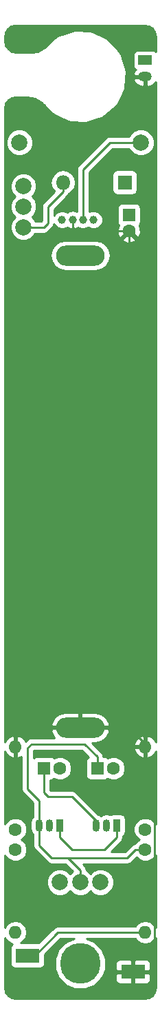
<source format=gbl>
G04 #@! TF.FileFunction,Copper,L2,Bot,Signal*
%FSLAX46Y46*%
G04 Gerber Fmt 4.6, Leading zero omitted, Abs format (unit mm)*
G04 Created by KiCad (PCBNEW 4.0.6) date Sat May 20 01:56:05 2017*
%MOMM*%
%LPD*%
G01*
G04 APERTURE LIST*
%ADD10C,0.100000*%
%ADD11O,6.000000X2.500000*%
%ADD12R,1.600000X1.600000*%
%ADD13C,1.600000*%
%ADD14R,1.800000X1.800000*%
%ADD15O,1.800000X1.800000*%
%ADD16C,2.000000*%
%ADD17O,0.899160X1.501140*%
%ADD18R,0.899160X1.501140*%
%ADD19O,1.600000X1.600000*%
%ADD20R,1.700000X1.200000*%
%ADD21O,1.700000X1.200000*%
%ADD22R,3.000000X1.800000*%
%ADD23C,5.000000*%
%ADD24C,1.000000*%
%ADD25C,0.250000*%
%ADD26C,0.254000*%
G04 APERTURE END LIST*
D10*
D11*
X127000000Y-64000000D03*
X127000000Y-122000000D03*
D12*
X133000000Y-59000000D03*
D13*
X133000000Y-61000000D03*
D12*
X122500000Y-127000000D03*
D13*
X124500000Y-127000000D03*
D12*
X129100000Y-127000000D03*
D13*
X131100000Y-127000000D03*
D14*
X132500000Y-55000000D03*
D15*
X124880000Y-55000000D03*
D16*
X134500000Y-50100000D03*
X119500000Y-50100000D03*
D17*
X130230000Y-134000000D03*
X128960000Y-134000000D03*
D18*
X131500000Y-134000000D03*
D17*
X123230000Y-134000000D03*
X121960000Y-134000000D03*
D18*
X124500000Y-134000000D03*
D13*
X135000000Y-134500000D03*
D19*
X135000000Y-124340000D03*
D13*
X119000000Y-134500000D03*
D19*
X119000000Y-124340000D03*
D16*
X120000000Y-60500000D03*
X120000000Y-58000000D03*
X120000000Y-55500000D03*
X129500000Y-141000000D03*
X127000000Y-141000000D03*
X124500000Y-141000000D03*
D20*
X135000000Y-40000000D03*
D21*
X135000000Y-42000000D03*
D13*
X119000000Y-137000000D03*
D19*
X119000000Y-147160000D03*
D13*
X135000000Y-137000000D03*
D19*
X135000000Y-147160000D03*
D22*
X133500000Y-152000000D03*
X120500000Y-150000000D03*
D23*
X127000000Y-151000000D03*
D24*
X128635000Y-59600000D03*
X127335000Y-59600000D03*
X126065000Y-59600000D03*
X124765000Y-59600000D03*
D25*
X127335000Y-59600000D02*
X127335000Y-53465000D01*
X130700000Y-50100000D02*
X134500000Y-50100000D01*
X127335000Y-53465000D02*
X130700000Y-50100000D01*
X126065000Y-59600000D02*
X126065000Y-60565000D01*
X126500000Y-61000000D02*
X133000000Y-61000000D01*
X126065000Y-60565000D02*
X126500000Y-61000000D01*
X126065000Y-59600000D02*
X126065000Y-59835000D01*
X135000000Y-124340000D02*
X135000000Y-125800000D01*
X135800000Y-152000000D02*
X133500000Y-152000000D01*
X136200000Y-151600000D02*
X135800000Y-152000000D01*
X136200000Y-127000000D02*
X136200000Y-151600000D01*
X135000000Y-125800000D02*
X136200000Y-127000000D01*
X119000000Y-124340000D02*
X119000000Y-122600000D01*
X119600000Y-122000000D02*
X127000000Y-122000000D01*
X119000000Y-122600000D02*
X119600000Y-122000000D01*
X133000000Y-61000000D02*
X133000000Y-120000000D01*
X133000000Y-120000000D02*
X131000000Y-122000000D01*
X131000000Y-122000000D02*
X127000000Y-122000000D01*
X127000000Y-122000000D02*
X133000000Y-122000000D01*
X133000000Y-122000000D02*
X134800000Y-123800000D01*
X134800000Y-123800000D02*
X135000000Y-124340000D01*
X124500000Y-134000000D02*
X124500000Y-135500000D01*
X131500000Y-135500000D02*
X131500000Y-134000000D01*
X130000000Y-137000000D02*
X131500000Y-135500000D01*
X126000000Y-137000000D02*
X130000000Y-137000000D01*
X124500000Y-135500000D02*
X126000000Y-137000000D01*
X128960000Y-134000000D02*
X128960000Y-133460000D01*
X128960000Y-133460000D02*
X126000000Y-130500000D01*
X126000000Y-130500000D02*
X123000000Y-130500000D01*
X123000000Y-130500000D02*
X122500000Y-130000000D01*
X122500000Y-130000000D02*
X122500000Y-127000000D01*
X135000000Y-137000000D02*
X133800000Y-137000000D01*
X132800000Y-138000000D02*
X125500000Y-138000000D01*
X133800000Y-137000000D02*
X132800000Y-138000000D01*
X121960000Y-134000000D02*
X121960000Y-136460000D01*
X127000000Y-139500000D02*
X127000000Y-141000000D01*
X125500000Y-138000000D02*
X127000000Y-139500000D01*
X123500000Y-138000000D02*
X125500000Y-138000000D01*
X121960000Y-136460000D02*
X123500000Y-138000000D01*
X121960000Y-134000000D02*
X121960000Y-130960000D01*
X129100000Y-125600000D02*
X129100000Y-127000000D01*
X127500000Y-124000000D02*
X129100000Y-125600000D01*
X121000000Y-124000000D02*
X127500000Y-124000000D01*
X120500000Y-124500000D02*
X121000000Y-124000000D01*
X120500000Y-129500000D02*
X120500000Y-124500000D01*
X121960000Y-130960000D02*
X120500000Y-129500000D01*
X124880000Y-55000000D02*
X124880000Y-56120000D01*
X122500000Y-60500000D02*
X120000000Y-60500000D01*
X123000000Y-60000000D02*
X122500000Y-60500000D01*
X123000000Y-58000000D02*
X123000000Y-60000000D01*
X124880000Y-56120000D02*
X123000000Y-58000000D01*
X120500000Y-150000000D02*
X121400000Y-150000000D01*
X121400000Y-150000000D02*
X124240000Y-147160000D01*
X124240000Y-147160000D02*
X135000000Y-147160000D01*
X120500000Y-149600000D02*
X120500000Y-150000000D01*
D26*
G36*
X136290000Y-153930069D02*
X136178953Y-154488340D01*
X135902333Y-154902331D01*
X135488338Y-155178954D01*
X134930069Y-155290000D01*
X119069931Y-155290000D01*
X118511660Y-155178953D01*
X118097669Y-154902333D01*
X117821046Y-154488338D01*
X117710000Y-153930069D01*
X117710000Y-147790793D01*
X117985302Y-148202811D01*
X118450849Y-148513880D01*
X118670348Y-148557541D01*
X118548559Y-148635910D01*
X118403569Y-148848110D01*
X118352560Y-149100000D01*
X118352560Y-150900000D01*
X118396838Y-151135317D01*
X118535910Y-151351441D01*
X118748110Y-151496431D01*
X119000000Y-151547440D01*
X122000000Y-151547440D01*
X122235317Y-151503162D01*
X122451441Y-151364090D01*
X122596431Y-151151890D01*
X122647440Y-150900000D01*
X122647440Y-149827362D01*
X124554802Y-147920000D01*
X126244722Y-147920000D01*
X125226485Y-148340727D01*
X124343826Y-149221847D01*
X123865546Y-150373674D01*
X123864457Y-151620854D01*
X124340727Y-152773515D01*
X125221847Y-153656174D01*
X126373674Y-154134454D01*
X127620854Y-154135543D01*
X128773515Y-153659273D01*
X129656174Y-152778153D01*
X129860637Y-152285750D01*
X131365000Y-152285750D01*
X131365000Y-153026310D01*
X131461673Y-153259699D01*
X131640302Y-153438327D01*
X131873691Y-153535000D01*
X133214250Y-153535000D01*
X133373000Y-153376250D01*
X133373000Y-152127000D01*
X133627000Y-152127000D01*
X133627000Y-153376250D01*
X133785750Y-153535000D01*
X135126309Y-153535000D01*
X135359698Y-153438327D01*
X135538327Y-153259699D01*
X135635000Y-153026310D01*
X135635000Y-152285750D01*
X135476250Y-152127000D01*
X133627000Y-152127000D01*
X133373000Y-152127000D01*
X131523750Y-152127000D01*
X131365000Y-152285750D01*
X129860637Y-152285750D01*
X130134454Y-151626326D01*
X130135023Y-150973690D01*
X131365000Y-150973690D01*
X131365000Y-151714250D01*
X131523750Y-151873000D01*
X133373000Y-151873000D01*
X133373000Y-150623750D01*
X133627000Y-150623750D01*
X133627000Y-151873000D01*
X135476250Y-151873000D01*
X135635000Y-151714250D01*
X135635000Y-150973690D01*
X135538327Y-150740301D01*
X135359698Y-150561673D01*
X135126309Y-150465000D01*
X133785750Y-150465000D01*
X133627000Y-150623750D01*
X133373000Y-150623750D01*
X133214250Y-150465000D01*
X131873691Y-150465000D01*
X131640302Y-150561673D01*
X131461673Y-150740301D01*
X131365000Y-150973690D01*
X130135023Y-150973690D01*
X130135543Y-150379146D01*
X129659273Y-149226485D01*
X128778153Y-148343826D01*
X127757466Y-147920000D01*
X133796333Y-147920000D01*
X133985302Y-148202811D01*
X134450849Y-148513880D01*
X135000000Y-148623113D01*
X135549151Y-148513880D01*
X136014698Y-148202811D01*
X136290000Y-147790793D01*
X136290000Y-153930069D01*
X136290000Y-153930069D01*
G37*
X136290000Y-153930069D02*
X136178953Y-154488340D01*
X135902333Y-154902331D01*
X135488338Y-155178954D01*
X134930069Y-155290000D01*
X119069931Y-155290000D01*
X118511660Y-155178953D01*
X118097669Y-154902333D01*
X117821046Y-154488338D01*
X117710000Y-153930069D01*
X117710000Y-147790793D01*
X117985302Y-148202811D01*
X118450849Y-148513880D01*
X118670348Y-148557541D01*
X118548559Y-148635910D01*
X118403569Y-148848110D01*
X118352560Y-149100000D01*
X118352560Y-150900000D01*
X118396838Y-151135317D01*
X118535910Y-151351441D01*
X118748110Y-151496431D01*
X119000000Y-151547440D01*
X122000000Y-151547440D01*
X122235317Y-151503162D01*
X122451441Y-151364090D01*
X122596431Y-151151890D01*
X122647440Y-150900000D01*
X122647440Y-149827362D01*
X124554802Y-147920000D01*
X126244722Y-147920000D01*
X125226485Y-148340727D01*
X124343826Y-149221847D01*
X123865546Y-150373674D01*
X123864457Y-151620854D01*
X124340727Y-152773515D01*
X125221847Y-153656174D01*
X126373674Y-154134454D01*
X127620854Y-154135543D01*
X128773515Y-153659273D01*
X129656174Y-152778153D01*
X129860637Y-152285750D01*
X131365000Y-152285750D01*
X131365000Y-153026310D01*
X131461673Y-153259699D01*
X131640302Y-153438327D01*
X131873691Y-153535000D01*
X133214250Y-153535000D01*
X133373000Y-153376250D01*
X133373000Y-152127000D01*
X133627000Y-152127000D01*
X133627000Y-153376250D01*
X133785750Y-153535000D01*
X135126309Y-153535000D01*
X135359698Y-153438327D01*
X135538327Y-153259699D01*
X135635000Y-153026310D01*
X135635000Y-152285750D01*
X135476250Y-152127000D01*
X133627000Y-152127000D01*
X133373000Y-152127000D01*
X131523750Y-152127000D01*
X131365000Y-152285750D01*
X129860637Y-152285750D01*
X130134454Y-151626326D01*
X130135023Y-150973690D01*
X131365000Y-150973690D01*
X131365000Y-151714250D01*
X131523750Y-151873000D01*
X133373000Y-151873000D01*
X133373000Y-150623750D01*
X133627000Y-150623750D01*
X133627000Y-151873000D01*
X135476250Y-151873000D01*
X135635000Y-151714250D01*
X135635000Y-150973690D01*
X135538327Y-150740301D01*
X135359698Y-150561673D01*
X135126309Y-150465000D01*
X133785750Y-150465000D01*
X133627000Y-150623750D01*
X133373000Y-150623750D01*
X133214250Y-150465000D01*
X131873691Y-150465000D01*
X131640302Y-150561673D01*
X131461673Y-150740301D01*
X131365000Y-150973690D01*
X130135023Y-150973690D01*
X130135543Y-150379146D01*
X129659273Y-149226485D01*
X128778153Y-148343826D01*
X127757466Y-147920000D01*
X133796333Y-147920000D01*
X133985302Y-148202811D01*
X134450849Y-148513880D01*
X135000000Y-148623113D01*
X135549151Y-148513880D01*
X136014698Y-148202811D01*
X136290000Y-147790793D01*
X136290000Y-153930069D01*
G36*
X135488338Y-35821046D02*
X135902333Y-36097669D01*
X136178953Y-36511660D01*
X136290000Y-37069931D01*
X136290000Y-38932099D01*
X136101890Y-38803569D01*
X135850000Y-38752560D01*
X134150000Y-38752560D01*
X133914683Y-38796838D01*
X133698559Y-38935910D01*
X133553569Y-39148110D01*
X133502560Y-39400000D01*
X133502560Y-40600000D01*
X133546838Y-40835317D01*
X133685910Y-41051441D01*
X133838309Y-41155571D01*
X133818067Y-41170875D01*
X133571714Y-41590624D01*
X133556538Y-41682391D01*
X133681269Y-41873000D01*
X134873000Y-41873000D01*
X134873000Y-41853000D01*
X135127000Y-41853000D01*
X135127000Y-41873000D01*
X135147000Y-41873000D01*
X135147000Y-42127000D01*
X135127000Y-42127000D01*
X135127000Y-43082547D01*
X135322696Y-43245256D01*
X135793701Y-43122647D01*
X136181933Y-42829125D01*
X136290000Y-42644995D01*
X136290000Y-123775625D01*
X136152389Y-123484866D01*
X135737423Y-123108959D01*
X135349039Y-122948096D01*
X135127000Y-123070085D01*
X135127000Y-124213000D01*
X135147000Y-124213000D01*
X135147000Y-124467000D01*
X135127000Y-124467000D01*
X135127000Y-125609915D01*
X135349039Y-125731904D01*
X135737423Y-125571041D01*
X136152389Y-125195134D01*
X136290000Y-124904375D01*
X136290000Y-133864286D01*
X136217243Y-133688200D01*
X135813923Y-133284176D01*
X135286691Y-133065250D01*
X134715813Y-133064752D01*
X134188200Y-133282757D01*
X133784176Y-133686077D01*
X133565250Y-134213309D01*
X133564752Y-134784187D01*
X133782757Y-135311800D01*
X134186077Y-135715824D01*
X134267931Y-135749813D01*
X134188200Y-135782757D01*
X133784176Y-136186077D01*
X133758345Y-136248286D01*
X133509161Y-136297852D01*
X133262599Y-136462599D01*
X132485198Y-137240000D01*
X130834802Y-137240000D01*
X132037401Y-136037401D01*
X132202148Y-135790840D01*
X132260000Y-135500000D01*
X132260000Y-135305405D01*
X132401021Y-135214660D01*
X132546011Y-135002460D01*
X132597020Y-134750570D01*
X132597020Y-133249430D01*
X132552742Y-133014113D01*
X132413670Y-132797989D01*
X132201470Y-132652999D01*
X131949580Y-132601990D01*
X131050420Y-132601990D01*
X130815103Y-132646268D01*
X130710502Y-132713577D01*
X130645051Y-132669844D01*
X130230000Y-132587285D01*
X129814949Y-132669844D01*
X129595000Y-132816809D01*
X129375051Y-132669844D01*
X129212266Y-132637464D01*
X126537401Y-129962599D01*
X126290839Y-129797852D01*
X126000000Y-129740000D01*
X123314802Y-129740000D01*
X123260000Y-129685198D01*
X123260000Y-128447440D01*
X123300000Y-128447440D01*
X123535317Y-128403162D01*
X123751441Y-128264090D01*
X123762685Y-128247634D01*
X124213309Y-128434750D01*
X124784187Y-128435248D01*
X125311800Y-128217243D01*
X125715824Y-127813923D01*
X125934750Y-127286691D01*
X125935248Y-126715813D01*
X125717243Y-126188200D01*
X125313923Y-125784176D01*
X124786691Y-125565250D01*
X124215813Y-125564752D01*
X123765534Y-125750803D01*
X123764090Y-125748559D01*
X123551890Y-125603569D01*
X123300000Y-125552560D01*
X121700000Y-125552560D01*
X121464683Y-125596838D01*
X121260000Y-125728548D01*
X121260000Y-124814802D01*
X121314802Y-124760000D01*
X127185198Y-124760000D01*
X128038734Y-125613536D01*
X127848559Y-125735910D01*
X127703569Y-125948110D01*
X127652560Y-126200000D01*
X127652560Y-127800000D01*
X127696838Y-128035317D01*
X127835910Y-128251441D01*
X128048110Y-128396431D01*
X128300000Y-128447440D01*
X129900000Y-128447440D01*
X130135317Y-128403162D01*
X130351441Y-128264090D01*
X130362685Y-128247634D01*
X130813309Y-128434750D01*
X131384187Y-128435248D01*
X131911800Y-128217243D01*
X132315824Y-127813923D01*
X132534750Y-127286691D01*
X132535248Y-126715813D01*
X132317243Y-126188200D01*
X131913923Y-125784176D01*
X131386691Y-125565250D01*
X130815813Y-125564752D01*
X130365534Y-125750803D01*
X130364090Y-125748559D01*
X130151890Y-125603569D01*
X129900000Y-125552560D01*
X129850564Y-125552560D01*
X129802148Y-125309161D01*
X129637401Y-125062599D01*
X129263843Y-124689041D01*
X133608086Y-124689041D01*
X133847611Y-125195134D01*
X134262577Y-125571041D01*
X134650961Y-125731904D01*
X134873000Y-125609915D01*
X134873000Y-124467000D01*
X133729371Y-124467000D01*
X133608086Y-124689041D01*
X129263843Y-124689041D01*
X128565761Y-123990959D01*
X133608086Y-123990959D01*
X133729371Y-124213000D01*
X134873000Y-124213000D01*
X134873000Y-123070085D01*
X134650961Y-122948096D01*
X134262577Y-123108959D01*
X133847611Y-123484866D01*
X133608086Y-123990959D01*
X128565761Y-123990959D01*
X128459802Y-123885000D01*
X128877000Y-123885000D01*
X129588691Y-123692912D01*
X130172699Y-123243094D01*
X130540114Y-122604026D01*
X130587695Y-122419645D01*
X130471572Y-122127000D01*
X127127000Y-122127000D01*
X127127000Y-122147000D01*
X126873000Y-122147000D01*
X126873000Y-122127000D01*
X123528428Y-122127000D01*
X123412305Y-122419645D01*
X123459886Y-122604026D01*
X123825522Y-123240000D01*
X121000000Y-123240000D01*
X120709161Y-123297852D01*
X120462599Y-123462599D01*
X120244889Y-123680309D01*
X120152389Y-123484866D01*
X119737423Y-123108959D01*
X119349039Y-122948096D01*
X119127000Y-123070085D01*
X119127000Y-124213000D01*
X119147000Y-124213000D01*
X119147000Y-124467000D01*
X119127000Y-124467000D01*
X119127000Y-125609915D01*
X119349039Y-125731904D01*
X119737423Y-125571041D01*
X119740000Y-125568707D01*
X119740000Y-129500000D01*
X119797852Y-129790839D01*
X119962599Y-130037401D01*
X121200000Y-131274802D01*
X121200000Y-132900331D01*
X121193086Y-132904951D01*
X120957979Y-133256814D01*
X120875420Y-133671865D01*
X120875420Y-134328135D01*
X120957979Y-134743186D01*
X121193086Y-135095049D01*
X121200000Y-135099669D01*
X121200000Y-136460000D01*
X121257852Y-136750839D01*
X121422599Y-136997401D01*
X122962599Y-138537401D01*
X123209161Y-138702148D01*
X123500000Y-138760000D01*
X125185198Y-138760000D01*
X126056664Y-139631466D01*
X125749836Y-139937759D01*
X125427363Y-139614722D01*
X124826648Y-139365284D01*
X124176205Y-139364716D01*
X123575057Y-139613106D01*
X123114722Y-140072637D01*
X122865284Y-140673352D01*
X122864716Y-141323795D01*
X123113106Y-141924943D01*
X123572637Y-142385278D01*
X124173352Y-142634716D01*
X124823795Y-142635284D01*
X125424943Y-142386894D01*
X125750164Y-142062241D01*
X126072637Y-142385278D01*
X126673352Y-142634716D01*
X127323795Y-142635284D01*
X127924943Y-142386894D01*
X128250164Y-142062241D01*
X128572637Y-142385278D01*
X129173352Y-142634716D01*
X129823795Y-142635284D01*
X130424943Y-142386894D01*
X130885278Y-141927363D01*
X131134716Y-141326648D01*
X131135284Y-140676205D01*
X130886894Y-140075057D01*
X130427363Y-139614722D01*
X129826648Y-139365284D01*
X129176205Y-139364716D01*
X128575057Y-139613106D01*
X128249836Y-139937759D01*
X127927363Y-139614722D01*
X127760000Y-139545227D01*
X127760000Y-139500000D01*
X127702148Y-139209161D01*
X127702148Y-139209160D01*
X127537401Y-138962599D01*
X127334802Y-138760000D01*
X132800000Y-138760000D01*
X133090839Y-138702148D01*
X133337401Y-138537401D01*
X133922757Y-137952045D01*
X134186077Y-138215824D01*
X134713309Y-138434750D01*
X135284187Y-138435248D01*
X135811800Y-138217243D01*
X136215824Y-137813923D01*
X136290000Y-137635287D01*
X136290000Y-146529207D01*
X136014698Y-146117189D01*
X135549151Y-145806120D01*
X135000000Y-145696887D01*
X134450849Y-145806120D01*
X133985302Y-146117189D01*
X133796333Y-146400000D01*
X124240000Y-146400000D01*
X123949161Y-146457852D01*
X123702599Y-146622599D01*
X121872638Y-148452560D01*
X119640923Y-148452560D01*
X120014698Y-148202811D01*
X120325767Y-147737264D01*
X120435000Y-147188113D01*
X120435000Y-147131887D01*
X120325767Y-146582736D01*
X120014698Y-146117189D01*
X119549151Y-145806120D01*
X119000000Y-145696887D01*
X118450849Y-145806120D01*
X117985302Y-146117189D01*
X117710000Y-146529207D01*
X117710000Y-137635714D01*
X117782757Y-137811800D01*
X118186077Y-138215824D01*
X118713309Y-138434750D01*
X119284187Y-138435248D01*
X119811800Y-138217243D01*
X120215824Y-137813923D01*
X120434750Y-137286691D01*
X120435248Y-136715813D01*
X120217243Y-136188200D01*
X119813923Y-135784176D01*
X119732069Y-135750187D01*
X119811800Y-135717243D01*
X120215824Y-135313923D01*
X120434750Y-134786691D01*
X120435248Y-134215813D01*
X120217243Y-133688200D01*
X119813923Y-133284176D01*
X119286691Y-133065250D01*
X118715813Y-133064752D01*
X118188200Y-133282757D01*
X117784176Y-133686077D01*
X117710000Y-133864713D01*
X117710000Y-124904375D01*
X117847611Y-125195134D01*
X118262577Y-125571041D01*
X118650961Y-125731904D01*
X118873000Y-125609915D01*
X118873000Y-124467000D01*
X118853000Y-124467000D01*
X118853000Y-124213000D01*
X118873000Y-124213000D01*
X118873000Y-123070085D01*
X118650961Y-122948096D01*
X118262577Y-123108959D01*
X117847611Y-123484866D01*
X117710000Y-123775625D01*
X117710000Y-121580355D01*
X123412305Y-121580355D01*
X123528428Y-121873000D01*
X126873000Y-121873000D01*
X126873000Y-120115000D01*
X127127000Y-120115000D01*
X127127000Y-121873000D01*
X130471572Y-121873000D01*
X130587695Y-121580355D01*
X130540114Y-121395974D01*
X130172699Y-120756906D01*
X129588691Y-120307088D01*
X128877000Y-120115000D01*
X127127000Y-120115000D01*
X126873000Y-120115000D01*
X125123000Y-120115000D01*
X124411309Y-120307088D01*
X123827301Y-120756906D01*
X123459886Y-121395974D01*
X123412305Y-121580355D01*
X117710000Y-121580355D01*
X117710000Y-64000000D01*
X123293786Y-64000000D01*
X123437273Y-64721358D01*
X123845890Y-65332896D01*
X124457428Y-65741513D01*
X125178786Y-65885000D01*
X128821214Y-65885000D01*
X129542572Y-65741513D01*
X130154110Y-65332896D01*
X130562727Y-64721358D01*
X130706214Y-64000000D01*
X130562727Y-63278642D01*
X130154110Y-62667104D01*
X129542572Y-62258487D01*
X128821214Y-62115000D01*
X125178786Y-62115000D01*
X124457428Y-62258487D01*
X123845890Y-62667104D01*
X123437273Y-63278642D01*
X123293786Y-64000000D01*
X117710000Y-64000000D01*
X117710000Y-55823795D01*
X118364716Y-55823795D01*
X118613106Y-56424943D01*
X118937759Y-56750164D01*
X118614722Y-57072637D01*
X118365284Y-57673352D01*
X118364716Y-58323795D01*
X118613106Y-58924943D01*
X118937759Y-59250164D01*
X118614722Y-59572637D01*
X118365284Y-60173352D01*
X118364716Y-60823795D01*
X118613106Y-61424943D01*
X119072637Y-61885278D01*
X119673352Y-62134716D01*
X120323795Y-62135284D01*
X120632462Y-62007745D01*
X132171861Y-62007745D01*
X132245995Y-62253864D01*
X132783223Y-62446965D01*
X133353454Y-62419778D01*
X133754005Y-62253864D01*
X133828139Y-62007745D01*
X133000000Y-61179605D01*
X132171861Y-62007745D01*
X120632462Y-62007745D01*
X120924943Y-61886894D01*
X121385278Y-61427363D01*
X121454773Y-61260000D01*
X122500000Y-61260000D01*
X122790839Y-61202148D01*
X123037401Y-61037401D01*
X123537401Y-60537401D01*
X123702148Y-60290839D01*
X123741218Y-60094420D01*
X123802233Y-60242086D01*
X124121235Y-60561645D01*
X124538244Y-60734803D01*
X124989775Y-60735197D01*
X125407086Y-60562767D01*
X125472962Y-60497006D01*
X125491648Y-60605217D01*
X125919972Y-60748112D01*
X126370375Y-60716217D01*
X126638352Y-60605217D01*
X126652566Y-60522908D01*
X126691235Y-60561645D01*
X127108244Y-60734803D01*
X127559775Y-60735197D01*
X127977086Y-60562767D01*
X127984734Y-60555132D01*
X127991235Y-60561645D01*
X128408244Y-60734803D01*
X128859775Y-60735197D01*
X129277086Y-60562767D01*
X129596645Y-60243765D01*
X129769803Y-59826756D01*
X129770197Y-59375225D01*
X129597767Y-58957914D01*
X129278765Y-58638355D01*
X128861756Y-58465197D01*
X128410225Y-58464803D01*
X128095000Y-58595052D01*
X128095000Y-58200000D01*
X131552560Y-58200000D01*
X131552560Y-59800000D01*
X131596838Y-60035317D01*
X131735910Y-60251441D01*
X131742548Y-60255977D01*
X131553035Y-60783223D01*
X131580222Y-61353454D01*
X131746136Y-61754005D01*
X131992255Y-61828139D01*
X132820395Y-61000000D01*
X132806252Y-60985858D01*
X132985858Y-60806253D01*
X133000000Y-60820395D01*
X133014143Y-60806253D01*
X133193748Y-60985858D01*
X133179605Y-61000000D01*
X134007745Y-61828139D01*
X134253864Y-61754005D01*
X134446965Y-61216777D01*
X134419778Y-60646546D01*
X134257616Y-60255053D01*
X134396431Y-60051890D01*
X134447440Y-59800000D01*
X134447440Y-58200000D01*
X134403162Y-57964683D01*
X134264090Y-57748559D01*
X134051890Y-57603569D01*
X133800000Y-57552560D01*
X132200000Y-57552560D01*
X131964683Y-57596838D01*
X131748559Y-57735910D01*
X131603569Y-57948110D01*
X131552560Y-58200000D01*
X128095000Y-58200000D01*
X128095000Y-54100000D01*
X130952560Y-54100000D01*
X130952560Y-55900000D01*
X130996838Y-56135317D01*
X131135910Y-56351441D01*
X131348110Y-56496431D01*
X131600000Y-56547440D01*
X133400000Y-56547440D01*
X133635317Y-56503162D01*
X133851441Y-56364090D01*
X133996431Y-56151890D01*
X134047440Y-55900000D01*
X134047440Y-54100000D01*
X134003162Y-53864683D01*
X133864090Y-53648559D01*
X133651890Y-53503569D01*
X133400000Y-53452560D01*
X131600000Y-53452560D01*
X131364683Y-53496838D01*
X131148559Y-53635910D01*
X131003569Y-53848110D01*
X130952560Y-54100000D01*
X128095000Y-54100000D01*
X128095000Y-53779802D01*
X131014802Y-50860000D01*
X133044953Y-50860000D01*
X133113106Y-51024943D01*
X133572637Y-51485278D01*
X134173352Y-51734716D01*
X134823795Y-51735284D01*
X135424943Y-51486894D01*
X135885278Y-51027363D01*
X136134716Y-50426648D01*
X136135284Y-49776205D01*
X135886894Y-49175057D01*
X135427363Y-48714722D01*
X134826648Y-48465284D01*
X134176205Y-48464716D01*
X133575057Y-48713106D01*
X133114722Y-49172637D01*
X133045227Y-49340000D01*
X130700000Y-49340000D01*
X130409161Y-49397852D01*
X130162599Y-49562599D01*
X126797599Y-52927599D01*
X126632852Y-53174161D01*
X126575000Y-53465000D01*
X126575000Y-58573648D01*
X126210028Y-58451888D01*
X125759625Y-58483783D01*
X125491648Y-58594783D01*
X125473010Y-58702712D01*
X125408765Y-58638355D01*
X124991756Y-58465197D01*
X124540225Y-58464803D01*
X124122914Y-58637233D01*
X123803355Y-58956235D01*
X123760000Y-59060645D01*
X123760000Y-58314802D01*
X125417401Y-56657402D01*
X125572724Y-56424943D01*
X125582148Y-56410839D01*
X125593446Y-56354040D01*
X125995481Y-56085409D01*
X126328227Y-55587419D01*
X126445072Y-55000000D01*
X126328227Y-54412581D01*
X125995481Y-53914591D01*
X125497491Y-53581845D01*
X124910072Y-53465000D01*
X124849928Y-53465000D01*
X124262509Y-53581845D01*
X123764519Y-53914591D01*
X123431773Y-54412581D01*
X123314928Y-55000000D01*
X123431773Y-55587419D01*
X123764519Y-56085409D01*
X123809640Y-56115558D01*
X122462599Y-57462599D01*
X122297852Y-57709161D01*
X122240000Y-58000000D01*
X122240000Y-59685198D01*
X122185198Y-59740000D01*
X121455047Y-59740000D01*
X121386894Y-59575057D01*
X121062241Y-59249836D01*
X121385278Y-58927363D01*
X121634716Y-58326648D01*
X121635284Y-57676205D01*
X121386894Y-57075057D01*
X121062241Y-56749836D01*
X121385278Y-56427363D01*
X121634716Y-55826648D01*
X121635284Y-55176205D01*
X121386894Y-54575057D01*
X120927363Y-54114722D01*
X120326648Y-53865284D01*
X119676205Y-53864716D01*
X119075057Y-54113106D01*
X118614722Y-54572637D01*
X118365284Y-55173352D01*
X118364716Y-55823795D01*
X117710000Y-55823795D01*
X117710000Y-50423795D01*
X117864716Y-50423795D01*
X118113106Y-51024943D01*
X118572637Y-51485278D01*
X119173352Y-51734716D01*
X119823795Y-51735284D01*
X120424943Y-51486894D01*
X120885278Y-51027363D01*
X121134716Y-50426648D01*
X121135284Y-49776205D01*
X120886894Y-49175057D01*
X120427363Y-48714722D01*
X119826648Y-48465284D01*
X119176205Y-48464716D01*
X118575057Y-48713106D01*
X118114722Y-49172637D01*
X117865284Y-49773352D01*
X117864716Y-50423795D01*
X117710000Y-50423795D01*
X117710000Y-45869931D01*
X117821046Y-45311662D01*
X118097669Y-44897667D01*
X118511660Y-44621047D01*
X119069931Y-44510000D01*
X120530069Y-44510000D01*
X121471023Y-44697167D01*
X122247492Y-45215987D01*
X122463628Y-45465194D01*
X122483781Y-45480835D01*
X122497954Y-45502046D01*
X123497954Y-46502046D01*
X123597360Y-46568466D01*
X123692997Y-46640195D01*
X125452092Y-47483763D01*
X125567533Y-47513338D01*
X125720453Y-47552516D01*
X127668465Y-47658695D01*
X127805587Y-47639105D01*
X127942709Y-47619517D01*
X129783070Y-46972142D01*
X129934954Y-46882210D01*
X130021446Y-46830998D01*
X131473978Y-45528626D01*
X131612412Y-45344046D01*
X131640195Y-45307003D01*
X132483763Y-43547908D01*
X132520235Y-43405546D01*
X132552516Y-43279547D01*
X132604947Y-42317609D01*
X133556538Y-42317609D01*
X133571714Y-42409376D01*
X133818067Y-42829125D01*
X134206299Y-43122647D01*
X134677304Y-43245256D01*
X134873000Y-43082547D01*
X134873000Y-42127000D01*
X133681269Y-42127000D01*
X133556538Y-42317609D01*
X132604947Y-42317609D01*
X132658695Y-41331535D01*
X132635743Y-41170875D01*
X132619517Y-41057291D01*
X131972142Y-39216930D01*
X131946518Y-39173654D01*
X131830998Y-38978555D01*
X130528626Y-37526022D01*
X130387593Y-37420248D01*
X130307003Y-37359805D01*
X128547908Y-36516237D01*
X128428964Y-36485765D01*
X128279548Y-36447484D01*
X126331535Y-36341305D01*
X126194413Y-36360895D01*
X126057291Y-36380483D01*
X124216930Y-37027858D01*
X123978555Y-37169002D01*
X122576252Y-38426337D01*
X121753448Y-38921191D01*
X120938587Y-39063214D01*
X119169931Y-39063214D01*
X118573394Y-38944555D01*
X118126957Y-38646256D01*
X117828659Y-38199822D01*
X117709673Y-37601641D01*
X117710000Y-37600000D01*
X117710000Y-37154562D01*
X117795778Y-36572802D01*
X118051881Y-36144676D01*
X118452325Y-35847144D01*
X118996600Y-35710307D01*
X119008883Y-35710000D01*
X134930069Y-35710000D01*
X135488338Y-35821046D01*
X135488338Y-35821046D01*
G37*
X135488338Y-35821046D02*
X135902333Y-36097669D01*
X136178953Y-36511660D01*
X136290000Y-37069931D01*
X136290000Y-38932099D01*
X136101890Y-38803569D01*
X135850000Y-38752560D01*
X134150000Y-38752560D01*
X133914683Y-38796838D01*
X133698559Y-38935910D01*
X133553569Y-39148110D01*
X133502560Y-39400000D01*
X133502560Y-40600000D01*
X133546838Y-40835317D01*
X133685910Y-41051441D01*
X133838309Y-41155571D01*
X133818067Y-41170875D01*
X133571714Y-41590624D01*
X133556538Y-41682391D01*
X133681269Y-41873000D01*
X134873000Y-41873000D01*
X134873000Y-41853000D01*
X135127000Y-41853000D01*
X135127000Y-41873000D01*
X135147000Y-41873000D01*
X135147000Y-42127000D01*
X135127000Y-42127000D01*
X135127000Y-43082547D01*
X135322696Y-43245256D01*
X135793701Y-43122647D01*
X136181933Y-42829125D01*
X136290000Y-42644995D01*
X136290000Y-123775625D01*
X136152389Y-123484866D01*
X135737423Y-123108959D01*
X135349039Y-122948096D01*
X135127000Y-123070085D01*
X135127000Y-124213000D01*
X135147000Y-124213000D01*
X135147000Y-124467000D01*
X135127000Y-124467000D01*
X135127000Y-125609915D01*
X135349039Y-125731904D01*
X135737423Y-125571041D01*
X136152389Y-125195134D01*
X136290000Y-124904375D01*
X136290000Y-133864286D01*
X136217243Y-133688200D01*
X135813923Y-133284176D01*
X135286691Y-133065250D01*
X134715813Y-133064752D01*
X134188200Y-133282757D01*
X133784176Y-133686077D01*
X133565250Y-134213309D01*
X133564752Y-134784187D01*
X133782757Y-135311800D01*
X134186077Y-135715824D01*
X134267931Y-135749813D01*
X134188200Y-135782757D01*
X133784176Y-136186077D01*
X133758345Y-136248286D01*
X133509161Y-136297852D01*
X133262599Y-136462599D01*
X132485198Y-137240000D01*
X130834802Y-137240000D01*
X132037401Y-136037401D01*
X132202148Y-135790840D01*
X132260000Y-135500000D01*
X132260000Y-135305405D01*
X132401021Y-135214660D01*
X132546011Y-135002460D01*
X132597020Y-134750570D01*
X132597020Y-133249430D01*
X132552742Y-133014113D01*
X132413670Y-132797989D01*
X132201470Y-132652999D01*
X131949580Y-132601990D01*
X131050420Y-132601990D01*
X130815103Y-132646268D01*
X130710502Y-132713577D01*
X130645051Y-132669844D01*
X130230000Y-132587285D01*
X129814949Y-132669844D01*
X129595000Y-132816809D01*
X129375051Y-132669844D01*
X129212266Y-132637464D01*
X126537401Y-129962599D01*
X126290839Y-129797852D01*
X126000000Y-129740000D01*
X123314802Y-129740000D01*
X123260000Y-129685198D01*
X123260000Y-128447440D01*
X123300000Y-128447440D01*
X123535317Y-128403162D01*
X123751441Y-128264090D01*
X123762685Y-128247634D01*
X124213309Y-128434750D01*
X124784187Y-128435248D01*
X125311800Y-128217243D01*
X125715824Y-127813923D01*
X125934750Y-127286691D01*
X125935248Y-126715813D01*
X125717243Y-126188200D01*
X125313923Y-125784176D01*
X124786691Y-125565250D01*
X124215813Y-125564752D01*
X123765534Y-125750803D01*
X123764090Y-125748559D01*
X123551890Y-125603569D01*
X123300000Y-125552560D01*
X121700000Y-125552560D01*
X121464683Y-125596838D01*
X121260000Y-125728548D01*
X121260000Y-124814802D01*
X121314802Y-124760000D01*
X127185198Y-124760000D01*
X128038734Y-125613536D01*
X127848559Y-125735910D01*
X127703569Y-125948110D01*
X127652560Y-126200000D01*
X127652560Y-127800000D01*
X127696838Y-128035317D01*
X127835910Y-128251441D01*
X128048110Y-128396431D01*
X128300000Y-128447440D01*
X129900000Y-128447440D01*
X130135317Y-128403162D01*
X130351441Y-128264090D01*
X130362685Y-128247634D01*
X130813309Y-128434750D01*
X131384187Y-128435248D01*
X131911800Y-128217243D01*
X132315824Y-127813923D01*
X132534750Y-127286691D01*
X132535248Y-126715813D01*
X132317243Y-126188200D01*
X131913923Y-125784176D01*
X131386691Y-125565250D01*
X130815813Y-125564752D01*
X130365534Y-125750803D01*
X130364090Y-125748559D01*
X130151890Y-125603569D01*
X129900000Y-125552560D01*
X129850564Y-125552560D01*
X129802148Y-125309161D01*
X129637401Y-125062599D01*
X129263843Y-124689041D01*
X133608086Y-124689041D01*
X133847611Y-125195134D01*
X134262577Y-125571041D01*
X134650961Y-125731904D01*
X134873000Y-125609915D01*
X134873000Y-124467000D01*
X133729371Y-124467000D01*
X133608086Y-124689041D01*
X129263843Y-124689041D01*
X128565761Y-123990959D01*
X133608086Y-123990959D01*
X133729371Y-124213000D01*
X134873000Y-124213000D01*
X134873000Y-123070085D01*
X134650961Y-122948096D01*
X134262577Y-123108959D01*
X133847611Y-123484866D01*
X133608086Y-123990959D01*
X128565761Y-123990959D01*
X128459802Y-123885000D01*
X128877000Y-123885000D01*
X129588691Y-123692912D01*
X130172699Y-123243094D01*
X130540114Y-122604026D01*
X130587695Y-122419645D01*
X130471572Y-122127000D01*
X127127000Y-122127000D01*
X127127000Y-122147000D01*
X126873000Y-122147000D01*
X126873000Y-122127000D01*
X123528428Y-122127000D01*
X123412305Y-122419645D01*
X123459886Y-122604026D01*
X123825522Y-123240000D01*
X121000000Y-123240000D01*
X120709161Y-123297852D01*
X120462599Y-123462599D01*
X120244889Y-123680309D01*
X120152389Y-123484866D01*
X119737423Y-123108959D01*
X119349039Y-122948096D01*
X119127000Y-123070085D01*
X119127000Y-124213000D01*
X119147000Y-124213000D01*
X119147000Y-124467000D01*
X119127000Y-124467000D01*
X119127000Y-125609915D01*
X119349039Y-125731904D01*
X119737423Y-125571041D01*
X119740000Y-125568707D01*
X119740000Y-129500000D01*
X119797852Y-129790839D01*
X119962599Y-130037401D01*
X121200000Y-131274802D01*
X121200000Y-132900331D01*
X121193086Y-132904951D01*
X120957979Y-133256814D01*
X120875420Y-133671865D01*
X120875420Y-134328135D01*
X120957979Y-134743186D01*
X121193086Y-135095049D01*
X121200000Y-135099669D01*
X121200000Y-136460000D01*
X121257852Y-136750839D01*
X121422599Y-136997401D01*
X122962599Y-138537401D01*
X123209161Y-138702148D01*
X123500000Y-138760000D01*
X125185198Y-138760000D01*
X126056664Y-139631466D01*
X125749836Y-139937759D01*
X125427363Y-139614722D01*
X124826648Y-139365284D01*
X124176205Y-139364716D01*
X123575057Y-139613106D01*
X123114722Y-140072637D01*
X122865284Y-140673352D01*
X122864716Y-141323795D01*
X123113106Y-141924943D01*
X123572637Y-142385278D01*
X124173352Y-142634716D01*
X124823795Y-142635284D01*
X125424943Y-142386894D01*
X125750164Y-142062241D01*
X126072637Y-142385278D01*
X126673352Y-142634716D01*
X127323795Y-142635284D01*
X127924943Y-142386894D01*
X128250164Y-142062241D01*
X128572637Y-142385278D01*
X129173352Y-142634716D01*
X129823795Y-142635284D01*
X130424943Y-142386894D01*
X130885278Y-141927363D01*
X131134716Y-141326648D01*
X131135284Y-140676205D01*
X130886894Y-140075057D01*
X130427363Y-139614722D01*
X129826648Y-139365284D01*
X129176205Y-139364716D01*
X128575057Y-139613106D01*
X128249836Y-139937759D01*
X127927363Y-139614722D01*
X127760000Y-139545227D01*
X127760000Y-139500000D01*
X127702148Y-139209161D01*
X127702148Y-139209160D01*
X127537401Y-138962599D01*
X127334802Y-138760000D01*
X132800000Y-138760000D01*
X133090839Y-138702148D01*
X133337401Y-138537401D01*
X133922757Y-137952045D01*
X134186077Y-138215824D01*
X134713309Y-138434750D01*
X135284187Y-138435248D01*
X135811800Y-138217243D01*
X136215824Y-137813923D01*
X136290000Y-137635287D01*
X136290000Y-146529207D01*
X136014698Y-146117189D01*
X135549151Y-145806120D01*
X135000000Y-145696887D01*
X134450849Y-145806120D01*
X133985302Y-146117189D01*
X133796333Y-146400000D01*
X124240000Y-146400000D01*
X123949161Y-146457852D01*
X123702599Y-146622599D01*
X121872638Y-148452560D01*
X119640923Y-148452560D01*
X120014698Y-148202811D01*
X120325767Y-147737264D01*
X120435000Y-147188113D01*
X120435000Y-147131887D01*
X120325767Y-146582736D01*
X120014698Y-146117189D01*
X119549151Y-145806120D01*
X119000000Y-145696887D01*
X118450849Y-145806120D01*
X117985302Y-146117189D01*
X117710000Y-146529207D01*
X117710000Y-137635714D01*
X117782757Y-137811800D01*
X118186077Y-138215824D01*
X118713309Y-138434750D01*
X119284187Y-138435248D01*
X119811800Y-138217243D01*
X120215824Y-137813923D01*
X120434750Y-137286691D01*
X120435248Y-136715813D01*
X120217243Y-136188200D01*
X119813923Y-135784176D01*
X119732069Y-135750187D01*
X119811800Y-135717243D01*
X120215824Y-135313923D01*
X120434750Y-134786691D01*
X120435248Y-134215813D01*
X120217243Y-133688200D01*
X119813923Y-133284176D01*
X119286691Y-133065250D01*
X118715813Y-133064752D01*
X118188200Y-133282757D01*
X117784176Y-133686077D01*
X117710000Y-133864713D01*
X117710000Y-124904375D01*
X117847611Y-125195134D01*
X118262577Y-125571041D01*
X118650961Y-125731904D01*
X118873000Y-125609915D01*
X118873000Y-124467000D01*
X118853000Y-124467000D01*
X118853000Y-124213000D01*
X118873000Y-124213000D01*
X118873000Y-123070085D01*
X118650961Y-122948096D01*
X118262577Y-123108959D01*
X117847611Y-123484866D01*
X117710000Y-123775625D01*
X117710000Y-121580355D01*
X123412305Y-121580355D01*
X123528428Y-121873000D01*
X126873000Y-121873000D01*
X126873000Y-120115000D01*
X127127000Y-120115000D01*
X127127000Y-121873000D01*
X130471572Y-121873000D01*
X130587695Y-121580355D01*
X130540114Y-121395974D01*
X130172699Y-120756906D01*
X129588691Y-120307088D01*
X128877000Y-120115000D01*
X127127000Y-120115000D01*
X126873000Y-120115000D01*
X125123000Y-120115000D01*
X124411309Y-120307088D01*
X123827301Y-120756906D01*
X123459886Y-121395974D01*
X123412305Y-121580355D01*
X117710000Y-121580355D01*
X117710000Y-64000000D01*
X123293786Y-64000000D01*
X123437273Y-64721358D01*
X123845890Y-65332896D01*
X124457428Y-65741513D01*
X125178786Y-65885000D01*
X128821214Y-65885000D01*
X129542572Y-65741513D01*
X130154110Y-65332896D01*
X130562727Y-64721358D01*
X130706214Y-64000000D01*
X130562727Y-63278642D01*
X130154110Y-62667104D01*
X129542572Y-62258487D01*
X128821214Y-62115000D01*
X125178786Y-62115000D01*
X124457428Y-62258487D01*
X123845890Y-62667104D01*
X123437273Y-63278642D01*
X123293786Y-64000000D01*
X117710000Y-64000000D01*
X117710000Y-55823795D01*
X118364716Y-55823795D01*
X118613106Y-56424943D01*
X118937759Y-56750164D01*
X118614722Y-57072637D01*
X118365284Y-57673352D01*
X118364716Y-58323795D01*
X118613106Y-58924943D01*
X118937759Y-59250164D01*
X118614722Y-59572637D01*
X118365284Y-60173352D01*
X118364716Y-60823795D01*
X118613106Y-61424943D01*
X119072637Y-61885278D01*
X119673352Y-62134716D01*
X120323795Y-62135284D01*
X120632462Y-62007745D01*
X132171861Y-62007745D01*
X132245995Y-62253864D01*
X132783223Y-62446965D01*
X133353454Y-62419778D01*
X133754005Y-62253864D01*
X133828139Y-62007745D01*
X133000000Y-61179605D01*
X132171861Y-62007745D01*
X120632462Y-62007745D01*
X120924943Y-61886894D01*
X121385278Y-61427363D01*
X121454773Y-61260000D01*
X122500000Y-61260000D01*
X122790839Y-61202148D01*
X123037401Y-61037401D01*
X123537401Y-60537401D01*
X123702148Y-60290839D01*
X123741218Y-60094420D01*
X123802233Y-60242086D01*
X124121235Y-60561645D01*
X124538244Y-60734803D01*
X124989775Y-60735197D01*
X125407086Y-60562767D01*
X125472962Y-60497006D01*
X125491648Y-60605217D01*
X125919972Y-60748112D01*
X126370375Y-60716217D01*
X126638352Y-60605217D01*
X126652566Y-60522908D01*
X126691235Y-60561645D01*
X127108244Y-60734803D01*
X127559775Y-60735197D01*
X127977086Y-60562767D01*
X127984734Y-60555132D01*
X127991235Y-60561645D01*
X128408244Y-60734803D01*
X128859775Y-60735197D01*
X129277086Y-60562767D01*
X129596645Y-60243765D01*
X129769803Y-59826756D01*
X129770197Y-59375225D01*
X129597767Y-58957914D01*
X129278765Y-58638355D01*
X128861756Y-58465197D01*
X128410225Y-58464803D01*
X128095000Y-58595052D01*
X128095000Y-58200000D01*
X131552560Y-58200000D01*
X131552560Y-59800000D01*
X131596838Y-60035317D01*
X131735910Y-60251441D01*
X131742548Y-60255977D01*
X131553035Y-60783223D01*
X131580222Y-61353454D01*
X131746136Y-61754005D01*
X131992255Y-61828139D01*
X132820395Y-61000000D01*
X132806252Y-60985858D01*
X132985858Y-60806253D01*
X133000000Y-60820395D01*
X133014143Y-60806253D01*
X133193748Y-60985858D01*
X133179605Y-61000000D01*
X134007745Y-61828139D01*
X134253864Y-61754005D01*
X134446965Y-61216777D01*
X134419778Y-60646546D01*
X134257616Y-60255053D01*
X134396431Y-60051890D01*
X134447440Y-59800000D01*
X134447440Y-58200000D01*
X134403162Y-57964683D01*
X134264090Y-57748559D01*
X134051890Y-57603569D01*
X133800000Y-57552560D01*
X132200000Y-57552560D01*
X131964683Y-57596838D01*
X131748559Y-57735910D01*
X131603569Y-57948110D01*
X131552560Y-58200000D01*
X128095000Y-58200000D01*
X128095000Y-54100000D01*
X130952560Y-54100000D01*
X130952560Y-55900000D01*
X130996838Y-56135317D01*
X131135910Y-56351441D01*
X131348110Y-56496431D01*
X131600000Y-56547440D01*
X133400000Y-56547440D01*
X133635317Y-56503162D01*
X133851441Y-56364090D01*
X133996431Y-56151890D01*
X134047440Y-55900000D01*
X134047440Y-54100000D01*
X134003162Y-53864683D01*
X133864090Y-53648559D01*
X133651890Y-53503569D01*
X133400000Y-53452560D01*
X131600000Y-53452560D01*
X131364683Y-53496838D01*
X131148559Y-53635910D01*
X131003569Y-53848110D01*
X130952560Y-54100000D01*
X128095000Y-54100000D01*
X128095000Y-53779802D01*
X131014802Y-50860000D01*
X133044953Y-50860000D01*
X133113106Y-51024943D01*
X133572637Y-51485278D01*
X134173352Y-51734716D01*
X134823795Y-51735284D01*
X135424943Y-51486894D01*
X135885278Y-51027363D01*
X136134716Y-50426648D01*
X136135284Y-49776205D01*
X135886894Y-49175057D01*
X135427363Y-48714722D01*
X134826648Y-48465284D01*
X134176205Y-48464716D01*
X133575057Y-48713106D01*
X133114722Y-49172637D01*
X133045227Y-49340000D01*
X130700000Y-49340000D01*
X130409161Y-49397852D01*
X130162599Y-49562599D01*
X126797599Y-52927599D01*
X126632852Y-53174161D01*
X126575000Y-53465000D01*
X126575000Y-58573648D01*
X126210028Y-58451888D01*
X125759625Y-58483783D01*
X125491648Y-58594783D01*
X125473010Y-58702712D01*
X125408765Y-58638355D01*
X124991756Y-58465197D01*
X124540225Y-58464803D01*
X124122914Y-58637233D01*
X123803355Y-58956235D01*
X123760000Y-59060645D01*
X123760000Y-58314802D01*
X125417401Y-56657402D01*
X125572724Y-56424943D01*
X125582148Y-56410839D01*
X125593446Y-56354040D01*
X125995481Y-56085409D01*
X126328227Y-55587419D01*
X126445072Y-55000000D01*
X126328227Y-54412581D01*
X125995481Y-53914591D01*
X125497491Y-53581845D01*
X124910072Y-53465000D01*
X124849928Y-53465000D01*
X124262509Y-53581845D01*
X123764519Y-53914591D01*
X123431773Y-54412581D01*
X123314928Y-55000000D01*
X123431773Y-55587419D01*
X123764519Y-56085409D01*
X123809640Y-56115558D01*
X122462599Y-57462599D01*
X122297852Y-57709161D01*
X122240000Y-58000000D01*
X122240000Y-59685198D01*
X122185198Y-59740000D01*
X121455047Y-59740000D01*
X121386894Y-59575057D01*
X121062241Y-59249836D01*
X121385278Y-58927363D01*
X121634716Y-58326648D01*
X121635284Y-57676205D01*
X121386894Y-57075057D01*
X121062241Y-56749836D01*
X121385278Y-56427363D01*
X121634716Y-55826648D01*
X121635284Y-55176205D01*
X121386894Y-54575057D01*
X120927363Y-54114722D01*
X120326648Y-53865284D01*
X119676205Y-53864716D01*
X119075057Y-54113106D01*
X118614722Y-54572637D01*
X118365284Y-55173352D01*
X118364716Y-55823795D01*
X117710000Y-55823795D01*
X117710000Y-50423795D01*
X117864716Y-50423795D01*
X118113106Y-51024943D01*
X118572637Y-51485278D01*
X119173352Y-51734716D01*
X119823795Y-51735284D01*
X120424943Y-51486894D01*
X120885278Y-51027363D01*
X121134716Y-50426648D01*
X121135284Y-49776205D01*
X120886894Y-49175057D01*
X120427363Y-48714722D01*
X119826648Y-48465284D01*
X119176205Y-48464716D01*
X118575057Y-48713106D01*
X118114722Y-49172637D01*
X117865284Y-49773352D01*
X117864716Y-50423795D01*
X117710000Y-50423795D01*
X117710000Y-45869931D01*
X117821046Y-45311662D01*
X118097669Y-44897667D01*
X118511660Y-44621047D01*
X119069931Y-44510000D01*
X120530069Y-44510000D01*
X121471023Y-44697167D01*
X122247492Y-45215987D01*
X122463628Y-45465194D01*
X122483781Y-45480835D01*
X122497954Y-45502046D01*
X123497954Y-46502046D01*
X123597360Y-46568466D01*
X123692997Y-46640195D01*
X125452092Y-47483763D01*
X125567533Y-47513338D01*
X125720453Y-47552516D01*
X127668465Y-47658695D01*
X127805587Y-47639105D01*
X127942709Y-47619517D01*
X129783070Y-46972142D01*
X129934954Y-46882210D01*
X130021446Y-46830998D01*
X131473978Y-45528626D01*
X131612412Y-45344046D01*
X131640195Y-45307003D01*
X132483763Y-43547908D01*
X132520235Y-43405546D01*
X132552516Y-43279547D01*
X132604947Y-42317609D01*
X133556538Y-42317609D01*
X133571714Y-42409376D01*
X133818067Y-42829125D01*
X134206299Y-43122647D01*
X134677304Y-43245256D01*
X134873000Y-43082547D01*
X134873000Y-42127000D01*
X133681269Y-42127000D01*
X133556538Y-42317609D01*
X132604947Y-42317609D01*
X132658695Y-41331535D01*
X132635743Y-41170875D01*
X132619517Y-41057291D01*
X131972142Y-39216930D01*
X131946518Y-39173654D01*
X131830998Y-38978555D01*
X130528626Y-37526022D01*
X130387593Y-37420248D01*
X130307003Y-37359805D01*
X128547908Y-36516237D01*
X128428964Y-36485765D01*
X128279548Y-36447484D01*
X126331535Y-36341305D01*
X126194413Y-36360895D01*
X126057291Y-36380483D01*
X124216930Y-37027858D01*
X123978555Y-37169002D01*
X122576252Y-38426337D01*
X121753448Y-38921191D01*
X120938587Y-39063214D01*
X119169931Y-39063214D01*
X118573394Y-38944555D01*
X118126957Y-38646256D01*
X117828659Y-38199822D01*
X117709673Y-37601641D01*
X117710000Y-37600000D01*
X117710000Y-37154562D01*
X117795778Y-36572802D01*
X118051881Y-36144676D01*
X118452325Y-35847144D01*
X118996600Y-35710307D01*
X119008883Y-35710000D01*
X134930069Y-35710000D01*
X135488338Y-35821046D01*
G36*
X126200063Y-59527173D02*
X126199935Y-59672955D01*
X126079143Y-59793748D01*
X126065000Y-59779605D01*
X126050858Y-59793748D01*
X125899963Y-59642853D01*
X125900038Y-59557072D01*
X126050858Y-59406253D01*
X126065000Y-59420395D01*
X126079143Y-59406253D01*
X126200063Y-59527173D01*
X126200063Y-59527173D01*
G37*
X126200063Y-59527173D02*
X126199935Y-59672955D01*
X126079143Y-59793748D01*
X126065000Y-59779605D01*
X126050858Y-59793748D01*
X125899963Y-59642853D01*
X125900038Y-59557072D01*
X126050858Y-59406253D01*
X126065000Y-59420395D01*
X126079143Y-59406253D01*
X126200063Y-59527173D01*
M02*

</source>
